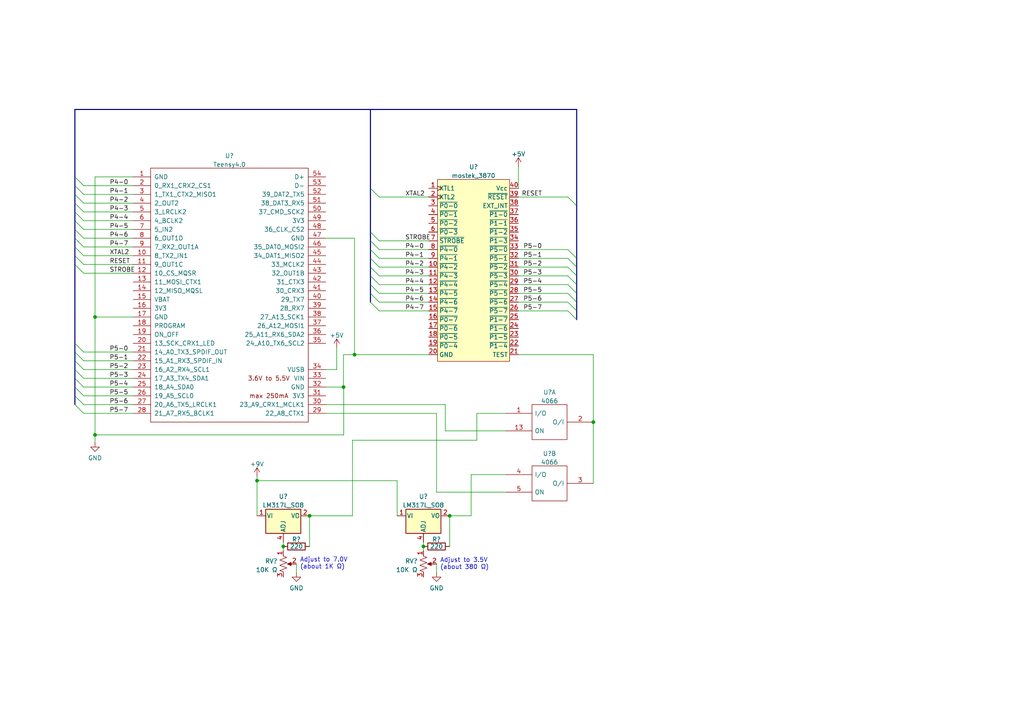
<source format=kicad_sch>
(kicad_sch (version 20211123) (generator eeschema)
  (paper "A4")
  (title_block (title "MOSTEK 3870 ROM Dumper") (comment 1 "Based on design by Sean Riddle at: https://seanriddle.com/f8.html"))
  (lib_symbols
    (symbol "4xxx_IEEE:4066" (pin_names (offset 0.762))
      (property "Reference" "U" (at 2.54 5.08 0))
      (property "Value" "4066" (at 5.08 -5.08 0))
      (symbol "4066_0_1"
        (rectangle (start -5.08 5.08) (end 5.08 -5.08))
        (pin power_in line (at 0 5.08 270) (length 0) hide (name "Vdd") (number "14"))
        (pin power_in line (at 0 -5.08 90) (length 0) hide (name "Vss") (number "7"))
      )
      (symbol "4066_1_1"
        (pin passive line (at -12.7 2.54 0) (length 7.62) (name "I/O") (number "1"))
        (pin input line (at -12.7 -2.54 0) (length 7.62) (name "ON") (number "13"))
        (pin passive line (at 12.7 0 180) (length 7.62) (name "O/I") (number "2"))
      )
      (symbol "4066_2_1"
        (pin passive line (at 12.7 0 180) (length 7.62) (name "O/I") (number "3"))
        (pin passive line (at -12.7 2.54 0) (length 7.62) (name "I/O") (number "4"))
        (pin input line (at -12.7 -2.54 0) (length 7.62) (name "ON") (number "5"))
      )
      (symbol "4066_3_1"
        (pin input line (at -12.7 -2.54 0) (length 7.62) (name "ON") (number "6"))
        (pin passive line (at -12.7 2.54 0) (length 7.62) (name "I/O") (number "8"))
        (pin passive line (at 12.7 0 180) (length 7.62) (name "O/I") (number "9"))
      )
      (symbol "4066_4_1"
        (pin passive line (at 12.7 0 180) (length 7.62) (name "O/I") (number "10"))
        (pin passive line (at -12.7 2.54 0) (length 7.62) (name "I/O") (number "11"))
        (pin input line (at -12.7 -2.54 0) (length 7.62) (name "ON") (number "12"))
      )
    )
    (symbol "Device:R" (pin_numbers hide) (pin_names (offset 0))
      (property "Reference" "R" (at 2.032 0 90))
      (property "Value" "R" (at 0 0 90))
      (symbol "R_0_1"
        (rectangle (start -1.016 -2.54) (end 1.016 2.54) (stroke (width 0.254)))
      )
      (symbol "R_1_1"
        (pin passive line (at 0 3.81 270) (length 1.27) (name "~") (number "1"))
        (pin passive line (at 0 -3.81 90) (length 1.27) (name "~") (number "2"))
      )
    )
    (symbol "Device:R_Potentiometer_US" (pin_names (offset 1.016) hide)
      (property "Reference" "RV" (at -4.445 0 90))
      (property "Value" "R_Potentiometer_US" (at -2.54 0 90))
      (symbol "R_Potentiometer_US_0_1"
        (polyline (pts (xy 0 -2.286) (xy 0 -2.54)))
        (polyline (pts (xy 0 2.54) (xy 0 2.286)))
        (polyline (pts (xy 2.54 0) (xy 1.524 0)))
        (polyline (pts (xy 1.143 0) (xy 2.286 0.508) (xy 2.286 -0.508) (xy 1.143 0)) (fill (type outline)))
        (polyline (pts (xy 0 -0.762) (xy 1.016 -1.143) (xy 0 -1.524) (xy -1.016 -1.905) (xy 0 -2.286)))
        (polyline (pts (xy 0 0.762) (xy 1.016 0.381) (xy 0 0) (xy -1.016 -0.381) (xy 0 -0.762)))
        (polyline (pts (xy 0 2.286) (xy 1.016 1.905) (xy 0 1.524) (xy -1.016 1.143) (xy 0 0.762)))
      )
      (symbol "R_Potentiometer_US_1_1"
        (pin passive line (at 0 3.81 270) (length 1.27) (name "1") (number "1"))
        (pin passive line (at 3.81 0 180) (length 1.27) (name "2") (number "2"))
        (pin passive line (at 0 -3.81 90) (length 1.27) (name "3") (number "3"))
      )
    )
    (symbol "Regulator_Linear:LM317L_SO8" (pin_names (offset 0.254))
      (property "Reference" "U" (at -3.81 3.175 0))
      (property "Value" "LM317L_SO8" (at 0 3.175 0))
      (symbol "LM317L_SO8_0_1"
        (rectangle (start -5.08 1.905) (end 5.08 -5.08) (stroke (width 0.254)) (fill (type background)))
      )
      (symbol "LM317L_SO8_1_1"
        (pin power_in line (at -7.62 0 0) (length 2.54) (name "VI") (number "1"))
        (pin power_out line (at 7.62 0 180) (length 2.54) (name "VO") (number "2"))
        (pin passive line (at 7.62 0 180) (length 2.54) hide (name "VO") (number "3"))
        (pin input line (at 0 -7.62 90) (length 2.54) (name "ADJ") (number "4"))
        (pin no_connect line (at -7.62 -2.54 0) (length 2.54) hide (name "NC") (number "5"))
        (pin passive line (at 7.62 0 180) (length 2.54) hide (name "VO") (number "6"))
        (pin passive line (at 7.62 0 180) (length 2.54) hide (name "VO") (number "7"))
        (pin no_connect line (at 7.62 -2.54 180) (length 2.54) hide (name "NC") (number "8"))
      )
    )
    (symbol "mostek_3870:mostek_3870"
      (property "Reference" "U" (at 0 28.575 0))
      (property "Value" "mostek_3870" (at 0 -27.94 0))
      (symbol "mostek_3870_0_0"
        (pin input clock (at -13.335 24.13 0) (length 2.54) (name "XTL1") (number "1"))
        (pin bidirectional line (at -13.335 1.27 0) (length 2.54) (name "~{P4-2}") (number "10"))
        (pin bidirectional line (at -13.335 -1.27 0) (length 2.54) (name "~{P4-3}") (number "11"))
        (pin bidirectional line (at -13.335 -3.81 0) (length 2.54) (name "~{P4-4}") (number "12"))
        (pin bidirectional line (at -13.335 -6.35 0) (length 2.54) (name "~{P4-5}") (number "13"))
        (pin bidirectional line (at -13.335 -8.89 0) (length 2.54) (name "~{P4-6}") (number "14"))
        (pin bidirectional line (at -13.335 -11.43 0) (length 2.54) (name "~{P4-7}") (number "15"))
        (pin bidirectional line (at -13.335 -13.97 0) (length 2.54) (name "~{P0-7}") (number "16"))
        (pin bidirectional line (at -13.335 -16.51 0) (length 2.54) (name "~{P0-6}") (number "17"))
        (pin bidirectional line (at -13.335 -19.05 0) (length 2.54) (name "~{P0-5}") (number "18"))
        (pin bidirectional line (at -13.335 -21.59 0) (length 2.54) (name "~{P0-4}") (number "19"))
        (pin input clock (at -13.335 21.59 0) (length 2.54) (name "XTL2") (number "2"))
        (pin power_in line (at -13.335 -24.13 0) (length 2.54) (name "GND") (number "20"))
        (pin input line (at 12.7 -24.13 180) (length 2.54) (name "TEST") (number "21"))
        (pin bidirectional line (at 12.7 -21.59 180) (length 2.54) (name "~{P1-4}") (number "22"))
        (pin bidirectional line (at 12.7 -19.05 180) (length 2.54) (name "~{P1-5}") (number "23"))
        (pin bidirectional line (at 12.7 -16.51 180) (length 2.54) (name "~{P1-6}") (number "24"))
        (pin bidirectional line (at 12.7 -13.97 180) (length 2.54) (name "~{P1-7}") (number "25"))
        (pin bidirectional line (at 12.7 -11.43 180) (length 2.54) (name "~{P5-7}") (number "26"))
        (pin bidirectional line (at 12.7 -8.89 180) (length 2.54) (name "~{P5-6}") (number "27"))
        (pin bidirectional line (at 12.7 -6.35 180) (length 2.54) (name "~{P5-5}") (number "28"))
        (pin bidirectional line (at 12.7 -3.81 180) (length 2.54) (name "~{P5-4}") (number "29"))
        (pin bidirectional line (at -13.335 19.05 0) (length 2.54) (name "~{P0-0}") (number "3"))
        (pin bidirectional line (at 12.7 -1.27 180) (length 2.54) (name "~{P5-3}") (number "30"))
        (pin bidirectional line (at 12.7 1.27 180) (length 2.54) (name "~{P5-2}") (number "31"))
        (pin bidirectional line (at 12.7 3.81 180) (length 2.54) (name "~{P5-1}") (number "32"))
        (pin bidirectional line (at 12.7 6.35 180) (length 2.54) (name "~{P5-0}") (number "33"))
        (pin bidirectional line (at 12.7 8.89 180) (length 2.54) (name "~{P1-3}") (number "34"))
        (pin bidirectional line (at 12.7 11.43 180) (length 2.54) (name "~{P1-2}") (number "35"))
        (pin bidirectional line (at 12.7 13.97 180) (length 2.54) (name "~{P1-1}") (number "36"))
        (pin bidirectional line (at 12.7 16.51 180) (length 2.54) (name "~{P1-0}") (number "37"))
        (pin input line (at 12.7 19.05 180) (length 2.54) (name "EXT_INT") (number "38"))
        (pin input line (at 12.7 21.59 180) (length 2.54) (name "~{RESET}") (number "39"))
        (pin bidirectional line (at -13.335 16.51 0) (length 2.54) (name "~{P0-1}") (number "4"))
        (pin power_in line (at 12.7 24.13 180) (length 2.54) (name "Vcc") (number "40"))
        (pin bidirectional line (at -13.335 13.97 0) (length 2.54) (name "~{P0-2}") (number "5"))
        (pin bidirectional line (at -13.335 11.43 0) (length 2.54) (name "~{P0-3}") (number "6"))
        (pin input line (at -13.335 8.89 0) (length 2.54) (name "~{STROBE}") (number "7"))
        (pin bidirectional line (at -13.335 6.35 0) (length 2.54) (name "~{P4-0}") (number "8"))
        (pin bidirectional line (at -13.335 3.81 0) (length 2.54) (name "~{P4-1}") (number "9"))
      )
      (symbol "mostek_3870_0_1"
        (rectangle (start -10.795 26.67) (end 10.16 -26.035) (stroke (width 0.1524)) (fill (type background)))
      )
    )
    (symbol "power:+5V" (power) (pin_names (offset 0))
      (property "Value" "+5V" (at 0 3.556 0))
      (symbol "+5V_0_1"
        (polyline (pts (xy -0.762 1.27) (xy 0 2.54)))
        (polyline (pts (xy 0 0) (xy 0 2.54)))
        (polyline (pts (xy 0 2.54) (xy 0.762 1.27)))
      )
      (symbol "+5V_1_1"
        (pin power_in line (at 0 0 90) (length 0) hide (name "+5V") (number "1"))
      )
    )
    (symbol "power:+9V" (power) (pin_names (offset 0))
      (property "Value" "+9V" (at 0 3.556 0))
      (symbol "+9V_0_1"
        (polyline (pts (xy -0.762 1.27) (xy 0 2.54)))
        (polyline (pts (xy 0 0) (xy 0 2.54)))
        (polyline (pts (xy 0 2.54) (xy 0.762 1.27)))
      )
      (symbol "+9V_1_1"
        (pin power_in line (at 0 0 90) (length 0) hide (name "+9V") (number "1"))
      )
    )
    (symbol "power:GND" (power) (pin_names (offset 0))
      (property "Value" "GND" (at 0 -3.81 0))
      (symbol "GND_0_1"
        (polyline (pts (xy 0 0) (xy 0 -1.27) (xy 1.27 -1.27) (xy 0 -2.54) (xy -1.27 -1.27) (xy 0 -1.27)))
      )
      (symbol "GND_1_1"
        (pin power_in line (at 0 0 270) (length 0) hide (name "GND") (number "1"))
      )
    )
    (symbol "teensy:Teensy4.0" (pin_names (offset 1.016))
      (property "Reference" "U" (at 0 39.37 0))
      (property "Value" "Teensy4.0" (at 0 -39.37 0))
      (symbol "Teensy4.0_0_0"
        (text "3.6V to 5.5V" (at 11.43 -24.13 0) (effects (font (size 1.27 1.27))))
        (text "max 250mA" (at 11.43 -29.21 0) (effects (font (size 1.27 1.27))))
        (pin bidirectional line (at -27.94 11.43 0) (length 5.08) (name "8_TX2_IN1") (number "10"))
        (pin bidirectional line (at -27.94 8.89 0) (length 5.08) (name "9_OUT1C") (number "11"))
        (pin bidirectional line (at -27.94 6.35 0) (length 5.08) (name "10_CS_MQSR") (number "12"))
        (pin bidirectional line (at -27.94 3.81 0) (length 5.08) (name "11_MOSI_CTX1") (number "13"))
        (pin bidirectional line (at -27.94 1.27 0) (length 5.08) (name "12_MISO_MQSL") (number "14"))
        (pin power_in line (at -27.94 -1.27 0) (length 5.08) (name "VBAT") (number "15"))
        (pin power_in line (at -27.94 -3.81 0) (length 5.08) (name "3V3") (number "16"))
        (pin power_in line (at -27.94 -6.35 0) (length 5.08) (name "GND") (number "17"))
        (pin input line (at -27.94 -8.89 0) (length 5.08) (name "PROGRAM") (number "18"))
        (pin input line (at -27.94 -11.43 0) (length 5.08) (name "ON_OFF") (number "19"))
        (pin bidirectional line (at -27.94 -13.97 0) (length 5.08) (name "13_SCK_CRX1_LED") (number "20"))
        (pin bidirectional line (at -27.94 -16.51 0) (length 5.08) (name "14_A0_TX3_SPDIF_OUT") (number "21"))
        (pin bidirectional line (at -27.94 -19.05 0) (length 5.08) (name "15_A1_RX3_SPDIF_IN") (number "22"))
        (pin bidirectional line (at -27.94 -21.59 0) (length 5.08) (name "16_A2_RX4_SCL1") (number "23"))
        (pin bidirectional line (at -27.94 -24.13 0) (length 5.08) (name "17_A3_TX4_SDA1") (number "24"))
        (pin bidirectional line (at -27.94 -26.67 0) (length 5.08) (name "18_A4_SDA0") (number "25"))
        (pin bidirectional line (at -27.94 -29.21 0) (length 5.08) (name "19_A5_SCL0") (number "26"))
        (pin bidirectional line (at -27.94 -31.75 0) (length 5.08) (name "20_A6_TX5_LRCLK1") (number "27"))
        (pin bidirectional line (at -27.94 -34.29 0) (length 5.08) (name "21_A7_RX5_BCLK1") (number "28"))
        (pin bidirectional line (at 27.94 -34.29 180) (length 5.08) (name "22_A8_CTX1") (number "29"))
        (pin bidirectional line (at 27.94 -31.75 180) (length 5.08) (name "23_A9_CRX1_MCLK1") (number "30"))
        (pin power_out line (at 27.94 -29.21 180) (length 5.08) (name "3V3") (number "31"))
        (pin power_in line (at 27.94 -26.67 180) (length 5.08) (name "GND") (number "32"))
        (pin power_in line (at 27.94 -24.13 180) (length 5.08) (name "VIN") (number "33"))
        (pin power_out line (at 27.94 -21.59 180) (length 5.08) (name "VUSB") (number "34"))
        (pin bidirectional line (at 27.94 -13.97 180) (length 5.08) (name "24_A10_TX6_SCL2") (number "35"))
        (pin bidirectional line (at 27.94 -11.43 180) (length 5.08) (name "25_A11_RX6_SDA2") (number "36"))
        (pin bidirectional line (at 27.94 -8.89 180) (length 5.08) (name "26_A12_MOSI1") (number "37"))
        (pin bidirectional line (at 27.94 -6.35 180) (length 5.08) (name "27_A13_SCK1") (number "38"))
        (pin bidirectional line (at 27.94 -3.81 180) (length 5.08) (name "28_RX7") (number "39"))
        (pin bidirectional line (at 27.94 -1.27 180) (length 5.08) (name "29_TX7") (number "40"))
        (pin bidirectional line (at 27.94 1.27 180) (length 5.08) (name "30_CRX3") (number "41"))
        (pin bidirectional line (at 27.94 3.81 180) (length 5.08) (name "31_CTX3") (number "42"))
        (pin bidirectional line (at 27.94 6.35 180) (length 5.08) (name "32_OUT1B") (number "43"))
        (pin bidirectional line (at 27.94 8.89 180) (length 5.08) (name "33_MCLK2") (number "44"))
        (pin bidirectional line (at 27.94 11.43 180) (length 5.08) (name "34_DAT1_MISO2") (number "45"))
        (pin bidirectional line (at 27.94 13.97 180) (length 5.08) (name "35_DAT0_MOSI2") (number "46"))
        (pin power_out line (at 27.94 16.51 180) (length 5.08) (name "GND") (number "47"))
        (pin bidirectional line (at 27.94 19.05 180) (length 5.08) (name "36_CLK_CS2") (number "48"))
        (pin power_out line (at 27.94 21.59 180) (length 5.08) (name "3V3") (number "49"))
        (pin bidirectional line (at -27.94 24.13 0) (length 5.08) (name "3_LRCLK2") (number "5"))
        (pin bidirectional line (at 27.94 24.13 180) (length 5.08) (name "37_CMD_SCK2") (number "50"))
        (pin bidirectional line (at 27.94 26.67 180) (length 5.08) (name "38_DAT3_RX5") (number "51"))
        (pin bidirectional line (at 27.94 29.21 180) (length 5.08) (name "39_DAT2_TX5") (number "52"))
        (pin bidirectional line (at 27.94 31.75 180) (length 5.08) (name "D-") (number "53"))
        (pin bidirectional line (at 27.94 34.29 180) (length 5.08) (name "D+") (number "54"))
        (pin bidirectional line (at -27.94 21.59 0) (length 5.08) (name "4_BCLK2") (number "6"))
        (pin bidirectional line (at -27.94 19.05 0) (length 5.08) (name "5_IN2") (number "7"))
        (pin bidirectional line (at -27.94 16.51 0) (length 5.08) (name "6_OUT1D") (number "8"))
        (pin bidirectional line (at -27.94 13.97 0) (length 5.08) (name "7_RX2_OUT1A") (number "9"))
      )
      (symbol "Teensy4.0_0_1"
        (rectangle (start -22.86 36.83) (end 22.86 -36.83))
        (rectangle (start -20.32 -31.75) (end -20.32 -31.75))
      )
      (symbol "Teensy4.0_1_1"
        (pin power_in line (at -27.94 34.29 0) (length 5.08) (name "GND") (number "1"))
        (pin bidirectional line (at -27.94 31.75 0) (length 5.08) (name "0_RX1_CRX2_CS1") (number "2"))
        (pin bidirectional line (at -27.94 29.21 0) (length 5.08) (name "1_TX1_CTX2_MISO1") (number "3"))
        (pin bidirectional line (at -27.94 26.67 0) (length 5.08) (name "2_OUT2") (number "4"))
      )
    )
  )
  (junction (at 89.789 149.606))
  (junction (at 99.63 112.268))
  (junction (at 82.169 158.496))
  (junction (at 27.559 91.948))
  (junction (at 74.549 139.4178))
  (junction (at 172.085 122.428))
  (junction (at 130.429 149.606))
  (junction (at 27.559 126.1362))
  (junction (at 122.809 158.4985))
  (junction (at 102.8329 102.87))
  (bus_entry (at 107.442 87.63) (size 2.54 2.54))
  (bus_entry (at 21.717 69.088) (size 2.54 2.54))
  (bus_entry (at 21.717 99.568) (size 2.54 2.54))
  (bus_entry (at 107.442 74.93) (size 2.54 2.54))
  (bus_entry (at 21.717 104.648) (size 2.54 2.54))
  (bus_entry (at 21.717 53.848) (size 2.54 2.54))
  (bus_entry (at 164.719 82.55) (size 2.54 2.54))
  (bus_entry (at 21.717 61.468) (size 2.54 2.54))
  (bus_entry (at 21.717 107.188) (size 2.54 2.54))
  (bus_entry (at 21.717 64.008) (size 2.54 2.54))
  (bus_entry (at 21.717 58.928) (size 2.54 2.54))
  (bus_entry (at 107.442 80.01) (size 2.54 2.54))
  (bus_entry (at 21.717 117.348) (size 2.54 2.54))
  (bus_entry (at 107.442 67.31) (size 2.54 2.54))
  (bus_entry (at 21.717 112.268) (size 2.54 2.54))
  (bus_entry (at 164.719 80.01) (size 2.54 2.54))
  (bus_entry (at 164.719 90.17) (size 2.54 2.54))
  (bus_entry (at 21.717 76.708) (size 2.54 2.54))
  (bus_entry (at 164.719 87.63) (size 2.54 2.54))
  (bus_entry (at 164.719 74.93) (size 2.54 2.54))
  (bus_entry (at 164.719 72.39) (size 2.54 2.54))
  (bus_entry (at 21.717 66.548) (size 2.54 2.54))
  (bus_entry (at 107.442 54.61) (size 2.54 2.54))
  (bus_entry (at 107.442 77.47) (size 2.54 2.54))
  (bus_entry (at 107.442 85.09) (size 2.54 2.54))
  (bus_entry (at 107.442 69.85) (size 2.54 2.54))
  (bus_entry (at 107.442 82.55) (size 2.54 2.54))
  (bus_entry (at 21.717 109.728) (size 2.54 2.54))
  (bus_entry (at 21.717 56.388) (size 2.54 2.54))
  (bus_entry (at 107.442 72.39) (size 2.54 2.54))
  (bus_entry (at 21.717 114.808) (size 2.54 2.54))
  (bus_entry (at 21.717 51.308) (size 2.54 2.54))
  (bus_entry (at 21.717 74.168) (size 2.54 2.54))
  (bus_entry (at 21.717 71.628) (size 2.54 2.54))
  (bus_entry (at 164.719 85.09) (size 2.54 2.54))
  (bus_entry (at 164.719 77.47) (size 2.54 2.54))
  (bus_entry (at 164.719 57.15) (size 2.54 2.54))
  (bus_entry (at 21.717 102.108) (size 2.54 2.54))
  (wire (pts (xy 89.789 149.606) (xy 102.235 149.606)))
  (wire (pts (xy 24.257 76.708) (xy 38.608 76.708)))
  (bus (pts (xy 167.259 80.01) (xy 167.259 77.47)))
  (bus (pts (xy 21.717 109.728) (xy 21.717 107.188)))
  (wire (pts (xy 99.695 112.268) (xy 99.695 126.1362)))
  (wire (pts (xy 138.303 119.888) (xy 146.685 119.888)))
  (wire (pts (xy 172.085 122.428) (xy 172.085 140.208)))
  (wire (pts (xy 94.488 117.348) (xy 129.159 117.348)))
  (wire (pts (xy 136.652 149.606) (xy 136.652 137.668)))
  (wire (pts (xy 122.809 157.226) (xy 122.809 158.4985)))
  (bus (pts (xy 21.717 61.468) (xy 21.717 58.928)))
  (bus (pts (xy 107.442 31.7651) (xy 107.442 54.61)))
  (wire (pts (xy 24.257 102.108) (xy 38.608 102.108)))
  (wire (pts (xy 129.159 124.968) (xy 146.685 124.968)))
  (bus (pts (xy 107.442 74.93) (xy 107.442 72.39)))
  (bus (pts (xy 21.717 114.808) (xy 21.717 112.268)))
  (wire (pts (xy 109.982 72.39) (xy 124.333 72.39)))
  (wire (pts (xy 24.257 119.888) (xy 38.608 119.888)))
  (wire (pts (xy 74.549 138.176) (xy 74.549 139.4178)))
  (wire (pts (xy 74.549 139.4178) (xy 74.549 149.606)))
  (bus (pts (xy 21.717 102.108) (xy 21.717 99.568)))
  (wire (pts (xy 82.169 157.226) (xy 82.169 158.496)))
  (wire (pts (xy 129.159 117.348) (xy 129.159 124.968)))
  (bus (pts (xy 107.442 87.63) (xy 107.442 85.09)))
  (wire (pts (xy 164.719 72.39) (xy 150.368 72.39)))
  (wire (pts (xy 164.719 74.93) (xy 150.368 74.93)))
  (bus (pts (xy 21.717 31.75) (xy 167.259 31.75)))
  (bus (pts (xy 21.717 66.548) (xy 21.717 64.008)))
  (bus (pts (xy 167.259 92.71) (xy 167.259 90.17)))
  (wire (pts (xy 102.8329 102.87) (xy 99.63 102.87)))
  (wire (pts (xy 136.652 137.668) (xy 146.685 137.668)))
  (wire (pts (xy 109.982 82.55) (xy 124.333 82.55)))
  (wire (pts (xy 164.719 57.15) (xy 150.368 57.15)))
  (wire (pts (xy 94.488 112.268) (xy 99.63 112.268)))
  (wire (pts (xy 109.982 77.47) (xy 124.333 77.47)))
  (wire (pts (xy 126.619 142.748) (xy 146.685 142.748)))
  (bus (pts (xy 21.717 64.008) (xy 21.717 61.468)))
  (bus (pts (xy 167.259 77.47) (xy 167.259 74.93)))
  (bus (pts (xy 21.717 76.708) (xy 21.717 74.168)))
  (wire (pts (xy 24.257 53.848) (xy 38.608 53.848)))
  (wire (pts (xy 164.719 85.09) (xy 150.368 85.09)))
  (wire (pts (xy 24.257 107.188) (xy 38.608 107.188)))
  (bus (pts (xy 21.717 112.268) (xy 21.717 109.728)))
  (bus (pts (xy 167.259 87.63) (xy 167.259 85.09)))
  (wire (pts (xy 99.63 102.87) (xy 99.63 112.268)))
  (wire (pts (xy 24.257 114.808) (xy 38.608 114.808)))
  (wire (pts (xy 24.257 117.348) (xy 38.608 117.348)))
  (wire (pts (xy 102.235 127.6885) (xy 138.303 127.6885)))
  (bus (pts (xy 167.259 82.55) (xy 167.259 80.01)))
  (wire (pts (xy 24.257 66.548) (xy 38.608 66.548)))
  (wire (pts (xy 24.257 61.468) (xy 38.608 61.468)))
  (wire (pts (xy 94.488 107.188) (xy 97.663 107.188)))
  (wire (pts (xy 24.257 58.928) (xy 38.608 58.928)))
  (bus (pts (xy 21.717 71.628) (xy 21.717 69.088)))
  (wire (pts (xy 24.257 104.648) (xy 38.608 104.648)))
  (wire (pts (xy 109.982 74.93) (xy 124.333 74.93)))
  (wire (pts (xy 122.809 158.4985) (xy 122.809 159.766)))
  (wire (pts (xy 24.257 109.728) (xy 38.608 109.728)))
  (bus (pts (xy 107.442 67.31) (xy 107.442 69.85)))
  (wire (pts (xy 115.189 139.4178) (xy 115.189 149.606)))
  (wire (pts (xy 99.695 126.1362) (xy 27.559 126.1362)))
  (bus (pts (xy 21.717 107.188) (xy 21.717 104.648)))
  (bus (pts (xy 21.717 53.848) (xy 21.717 51.308)))
  (wire (pts (xy 138.303 127.6885) (xy 138.303 119.888)))
  (wire (pts (xy 24.257 64.008) (xy 38.608 64.008)))
  (bus (pts (xy 21.717 117.348) (xy 21.717 114.808)))
  (wire (pts (xy 102.8329 69.088) (xy 102.8329 102.87)))
  (wire (pts (xy 109.982 69.85) (xy 124.333 69.85)))
  (bus (pts (xy 167.259 74.93) (xy 167.259 59.69)))
  (bus (pts (xy 21.717 51.308) (xy 21.717 31.75)))
  (wire (pts (xy 172.085 102.87) (xy 172.085 122.428)))
  (wire (pts (xy 164.719 82.55) (xy 150.368 82.55)))
  (wire (pts (xy 109.982 80.01) (xy 124.333 80.01)))
  (wire (pts (xy 124.333 102.87) (xy 102.8329 102.87)))
  (wire (pts (xy 82.169 158.496) (xy 82.169 159.766)))
  (wire (pts (xy 97.663 100.838) (xy 97.663 107.188)))
  (bus (pts (xy 21.717 104.648) (xy 21.717 102.108)))
  (wire (pts (xy 24.257 74.168) (xy 38.608 74.168)))
  (wire (pts (xy 164.719 77.47) (xy 150.368 77.47)))
  (bus (pts (xy 167.259 90.17) (xy 167.259 87.63)))
  (wire (pts (xy 85.979 163.576) (xy 85.979 166.116)))
  (wire (pts (xy 27.559 126.1362) (xy 27.559 128.397)))
  (wire (pts (xy 24.257 79.248) (xy 38.608 79.248)))
  (wire (pts (xy 94.488 119.888) (xy 126.619 119.888)))
  (wire (pts (xy 24.257 56.388) (xy 38.608 56.388)))
  (wire (pts (xy 130.429 149.606) (xy 136.652 149.606)))
  (bus (pts (xy 21.717 58.928) (xy 21.717 56.388)))
  (wire (pts (xy 130.429 149.606) (xy 130.429 158.4985)))
  (wire (pts (xy 164.719 90.17) (xy 150.368 90.17)))
  (wire (pts (xy 89.789 149.606) (xy 89.789 158.496)))
  (wire (pts (xy 164.719 87.63) (xy 150.368 87.63)))
  (bus (pts (xy 21.717 74.168) (xy 21.717 71.628)))
  (wire (pts (xy 126.619 119.888) (xy 126.619 142.748)))
  (wire (pts (xy 27.559 51.308) (xy 27.559 91.948)))
  (wire (pts (xy 27.559 91.948) (xy 38.608 91.948)))
  (bus (pts (xy 21.717 56.388) (xy 21.717 53.848)))
  (bus (pts (xy 167.259 59.69) (xy 167.259 31.75)))
  (wire (pts (xy 109.982 87.63) (xy 124.333 87.63)))
  (wire (pts (xy 74.549 139.4178) (xy 115.189 139.4178)))
  (wire (pts (xy 164.719 80.01) (xy 150.368 80.01)))
  (wire (pts (xy 126.619 163.576) (xy 126.619 166.116)))
  (bus (pts (xy 107.442 80.01) (xy 107.442 77.47)))
  (wire (pts (xy 150.368 48.26) (xy 150.368 54.61)))
  (wire (pts (xy 109.982 85.09) (xy 124.333 85.09)))
  (bus (pts (xy 107.442 77.47) (xy 107.442 74.93)))
  (wire (pts (xy 172.085 102.87) (xy 150.368 102.87)))
  (wire (pts (xy 38.608 51.308) (xy 27.559 51.308)))
  (bus (pts (xy 107.442 54.61) (xy 107.442 67.31)))
  (bus (pts (xy 21.717 99.568) (xy 21.717 76.708)))
  (wire (pts (xy 24.257 69.088) (xy 38.608 69.088)))
  (wire (pts (xy 24.257 112.268) (xy 38.608 112.268)))
  (bus (pts (xy 21.717 69.088) (xy 21.717 66.548)))
  (wire (pts (xy 99.63 112.268) (xy 99.695 112.268)))
  (bus (pts (xy 107.442 82.55) (xy 107.442 80.01)))
  (wire (pts (xy 109.982 57.15) (xy 124.333 57.15)))
  (bus (pts (xy 167.259 85.09) (xy 167.259 82.55)))
  (bus (pts (xy 107.442 69.85) (xy 107.442 72.39)))
  (wire (pts (xy 102.235 149.606) (xy 102.235 127.6885)))
  (wire (pts (xy 27.559 91.948) (xy 27.559 126.1362)))
  (wire (pts (xy 94.488 69.088) (xy 102.8329 69.088)))
  (wire (pts (xy 24.257 71.628) (xy 38.608 71.628)))
  (wire (pts (xy 109.982 90.17) (xy 124.333 90.17)))
  (bus (pts (xy 107.442 85.09) (xy 107.442 82.55)))
  (text "Adjust to 3.5V\n(about 380 Ω)" (at 127.635 165.354 0) (effects (font (size 1.27 1.27)) (justify left bottom)))
  (text "Adjust to 7.0V\n(about 1K Ω)" (at 86.995 165.227 0) (effects (font (size 1.27 1.27)) (justify left bottom)))
  (label "P4-7" (at 31.7819 71.628 0))
  (label "P5-4" (at 157.226 82.55 180))
  (label "P5-2" (at 157.226 77.47 180))
  (label "P4-0" (at 31.7819 53.848 0))
  (label "STROBE" (at 31.7819 79.248 0))
  (label "P5-7" (at 157.226 90.17 180))
  (label "P4-4" (at 117.5069 82.55 0))
  (label "P4-1" (at 31.7819 56.388 0))
  (label "P4-4" (at 31.7819 64.008 0))
  (label "P4-2" (at 31.7819 58.928 0))
  (label "P4-3" (at 31.7819 61.468 0))
  (label "P5-1" (at 31.75 104.648 0))
  (label "RESET" (at 31.7819 76.708 0))
  (label "P5-5" (at 31.75 114.808 0))
  (label "P5-0" (at 157.226 72.39 180))
  (label "P5-0" (at 31.75 102.108 0))
  (label "P5-4" (at 31.75 112.268 0))
  (label "P5-6" (at 31.75 117.348 0))
  (label "P4-7" (at 117.5069 90.17 0))
  (label "P5-3" (at 31.75 109.728 0))
  (label "STROBE" (at 117.5069 69.85 0))
  (label "P5-2" (at 31.75 107.188 0))
  (label "P4-5" (at 31.7819 66.548 0))
  (label "P5-1" (at 157.226 74.93 180))
  (label "P4-2" (at 117.5069 77.47 0))
  (label "P4-1" (at 117.5069 74.93 0))
  (label "P4-6" (at 31.7819 69.088 0))
  (label "P4-5" (at 117.5069 85.09 0))
  (label "P5-5" (at 157.226 85.09 180))
  (label "P5-3" (at 157.226 80.01 180))
  (label "P5-6" (at 157.226 87.63 180))
  (label "XTAL2" (at 117.5069 57.15 0))
  (label "XTAL2" (at 31.7819 74.168 0))
  (label "P4-3" (at 117.5069 80.01 0))
  (label "RESET" (at 157.226 57.15 180))
  (label "P4-6" (at 117.5069 87.63 0))
  (label "P4-0" (at 117.5069 72.39 0))
  (label "P5-7" (at 31.75 119.888 0))
  (symbol (lib_id "power:+5V") (at 150.368 48.26 0) (unit 1)
    (property "Reference" "#PWR?" (effects hide))
    (property "Value" "+5V" (at 150.368 44.6842 0))
  )
  (symbol (lib_id "teensy:Teensy4.0") (at 66.548 85.598 0) (unit 1)
    (property "Reference" "U?" (at 66.548 45.1952 0))
    (property "Value" "Teensy4.0" (at 66.548 47.7321 0))
  )
  (symbol (lib_id "Regulator_Linear:LM317L_SO8") (at 122.809 149.606 0) (unit 1)
    (property "Reference" "U?" (at 122.809 144.0012 0))
    (property "Value" "LM317L_SO8" (at 122.809 146.5381 0))
    (property "Footprint" "Package_SO:SOIC-8_3.9x4.9mm_P1.27mm" (effects hide))
    (property "Datasheet" "http://www.ti.com/lit/ds/snvs775k/snvs775k.pdf" (effects hide))
  )
  (symbol (lib_id "4xxx_IEEE:4066") (at 159.385 122.428 0) (unit 1)
    (property "Reference" "U?" (at 159.385 113.7752 0))
    (property "Value" "4066" (at 159.385 116.3121 0))
  )
  (symbol (lib_id "power:GND") (at 126.619 166.116 0) (unit 1)
    (property "Reference" "#PWR?" (effects hide))
    (property "Value" "GND" (at 126.619 170.5594 0))
  )
  (symbol (lib_id "power:+9V") (at 74.549 138.176 0) (unit 1)
    (property "Reference" "#PWR?" (effects hide))
    (property "Value" "+9V" (at 74.549 134.6002 0))
  )
  (symbol (lib_id "Device:R_Potentiometer_US") (at 82.169 163.576 0) (unit 1)
    (property "Reference" "RV?" (at 80.5181 162.7413 0) (effects (justify right)))
    (property "Value" "10K Ω" (at 80.5181 165.2782 0) (effects (justify right)))
  )
  (symbol (lib_id "Device:R") (at 126.619 158.4985 90) (unit 1)
    (property "Reference" "R?" (at 126.619 156.4665 90))
    (property "Value" "220" (at 126.619 158.4985 90))
  )
  (symbol (lib_id "Regulator_Linear:LM317L_SO8") (at 82.169 149.606 0) (unit 1)
    (property "Reference" "U?" (at 82.169 144.0012 0))
    (property "Value" "LM317L_SO8" (at 82.169 146.5381 0))
    (property "Footprint" "Package_SO:SOIC-8_3.9x4.9mm_P1.27mm" (effects hide))
    (property "Datasheet" "http://www.ti.com/lit/ds/snvs775k/snvs775k.pdf" (effects hide))
  )
  (symbol (lib_id "Device:R") (at 85.979 158.496 90) (unit 1)
    (property "Reference" "R?" (at 85.979 156.464 90))
    (property "Value" "220" (at 85.979 158.496 90))
  )
  (symbol (lib_id "Device:R_Potentiometer_US") (at 122.809 163.576 0) (unit 1)
    (property "Reference" "RV?" (at 121.1581 162.7413 0) (effects (justify right)))
    (property "Value" "10K Ω" (at 121.1581 165.2782 0) (effects (justify right)))
  )
  (symbol (lib_id "mostek_3870:mostek_3870") (at 137.668 78.74 0) (unit 1)
    (property "Reference" "U?" (at 137.3505 48.421 0))
    (property "Value" "mostek_3870" (at 137.3505 50.9579 0))
  )
  (symbol (lib_id "power:GND") (at 27.559 128.397 0) (unit 1)
    (property "Reference" "#PWR?" (effects hide))
    (property "Value" "GND" (at 27.559 132.8404 0))
  )
  (symbol (lib_id "power:+5V") (at 97.663 100.838 0) (unit 1)
    (property "Reference" "#PWR?" (effects hide))
    (property "Value" "+5V" (at 97.663 97.2622 0))
  )
  (symbol (lib_id "power:GND") (at 85.979 166.116 0) (unit 1)
    (property "Reference" "#PWR?" (effects hide))
    (property "Value" "GND" (at 85.979 170.5594 0))
  )
  (symbol (lib_id "4xxx_IEEE:4066") (at 159.385 140.208 0) (unit 2)
    (property "Reference" "U?" (at 159.385 131.5552 0))
    (property "Value" "4066" (at 159.385 134.0921 0))
  )
)
</source>
